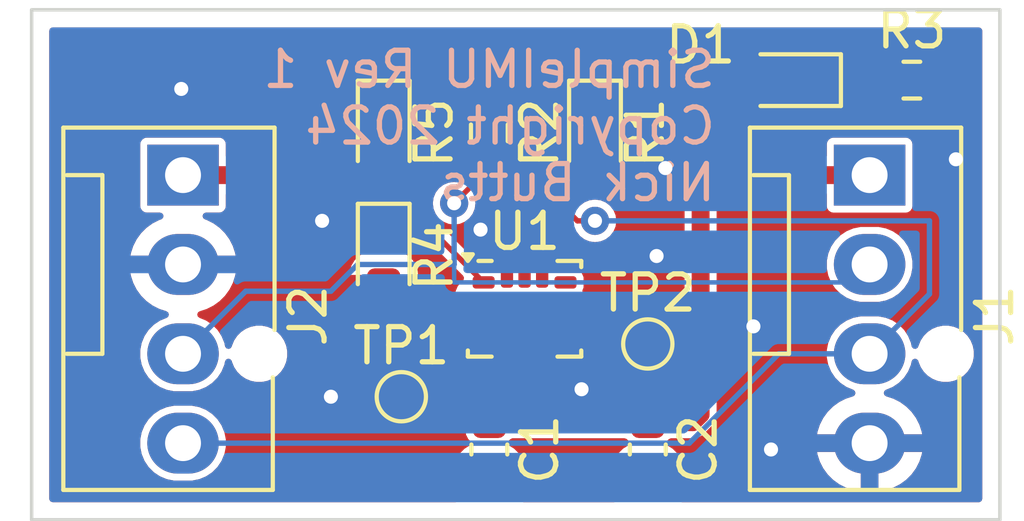
<source format=kicad_pcb>
(kicad_pcb (version 20240108) (generator "pcbnew") (generator_version "8.0")
  (layers (0 "F.Cu" signal) (31 "B.Cu" signal) (34 "B.Paste" user) (35 "F.Paste" user) (36 "B.SilkS" user "B.Silkscreen") (37 "F.SilkS" user "F.Silkscreen") (38 "B.Mask" user) (39 "F.Mask" user) (44 "Edge.Cuts" user))
  (net 0 "")
  (net 1 "GND")
  (net 2 "+3V3")
  (net 3 "/SCL")
  (net 4 "/SDA")
  (net 5 "Net-(U1-INT1)")
  (net 6 "Net-(U1-INT2)")
  (net 10 "Net-(D1-K)")
  (net 11 "Net-(U1-SDO{slash}SA0)")
  (footprint "LED_SMD:LED_0603_1608Metric" (layer "F.Cu") (at 154 99 -90)
    (property "Reference" "R4" (at 0 -1.43 90) (layer "F.SilkS"))
    (property "Value" "0")
    (fp_line (start -1.485 0.735) (end 0.8 0.735) (stroke (width 0.12)) (layer "F.SilkS"))
    (fp_line (start -1.485 -0.735) (end -1.485 0.735) (stroke (width 0.12)) (layer "F.SilkS"))
    (fp_line (start 0.8 -0.735) (end -1.485 -0.735) (stroke (width 0.12)) (layer "F.SilkS"))
    (pad "1" smd roundrect (at -0.7875 0 270) (size 0.875 0.95) (layers "F.Cu" "F.Paste" "F.Mask") (net 11 "Net-(U1-SDO{slash}SA0)"))
    (pad "2" smd roundrect (at 0.7875 0 270) (size 0.875 0.95) (layers "F.Cu" "F.Paste" "F.Mask") (net 1 "GND"))
  )
  (footprint "Connector:FanPinHeader_1x04_P2.54mm_Vertical" (layer "F.Cu") (at 167.8 96.7 -90)
    (property "Reference" "J1" (at 4 -3.55 90) (layer "F.SilkS"))
    (property "Value" "Conn_01x04")
    (fp_line (start -1.35 3.4) (end -1.35 -2.6) (stroke (width 0.12)) (layer "F.SilkS"))
    (fp_line (start 8.95 3.4) (end -1.35 3.4) (stroke (width 0.12)) (layer "F.SilkS"))
    (fp_line (start 0 3.3) (end 0 2.29) (stroke (width 0.12)) (layer "F.SilkS"))
    (fp_line (start 0 2.29) (end 5.08 2.29) (stroke (width 0.12)) (layer "F.SilkS"))
    (fp_line (start 5.08 2.29) (end 5.08 3.3) (stroke (width 0.12)) (layer "F.SilkS"))
    (fp_line (start 5.75 -2.55) (end 8.95 -2.55) (stroke (width 0.12)) (layer "F.SilkS"))
    (fp_line (start 8.95 -2.55) (end 8.95 3.4) (stroke (width 0.12)) (layer "F.SilkS"))
    (fp_line (start -1.35 -2.6) (end 4.4 -2.6) (stroke (width 0.12)) (layer "F.SilkS"))
    (pad "" np_thru_hole circle (at 5.08 -2.16) (size 1.1 1.1) (drill 1.1) (layers "*.Cu" "*.Mask"))
    (pad "1" thru_hole rect (at 0 0) (size 2.03 1.73) (drill 1.02) (layers "*.Cu" "*.Mask") (net 2 "+3V3"))
    (pad "2" thru_hole oval (at 2.54 0) (size 2.03 1.73) (drill 1.02) (layers "*.Cu" "*.Mask") (net 4 "/SDA"))
    (pad "3" thru_hole oval (at 5.08 0) (size 2.03 1.73) (drill 1.02) (layers "*.Cu" "*.Mask") (net 3 "/SCL"))
    (pad "4" thru_hole oval (at 7.62 0) (size 2.03 1.73) (drill 1.02) (layers "*.Cu" "*.Mask") (net 1 "GND"))
  )
  (footprint "LED_SMD:LED_0603_1608Metric" (layer "F.Cu") (at 160 95.5 -90)
    (property "Reference" "R1" (at 0 -1.43 90) (layer "F.SilkS"))
    (property "Value" "2.2k")
    (fp_line (start -1.485 0.735) (end 0.8 0.735) (stroke (width 0.12)) (layer "F.SilkS"))
    (fp_line (start -1.485 -0.735) (end -1.485 0.735) (stroke (width 0.12)) (layer "F.SilkS"))
    (fp_line (start 0.8 -0.735) (end -1.485 -0.735) (stroke (width 0.12)) (layer "F.SilkS"))
    (pad "1" smd roundrect (at -0.7875 0 270) (size 0.875 0.95) (layers "F.Cu" "F.Paste" "F.Mask") (net 2 "+3V3"))
    (pad "2" smd roundrect (at 0.7875 0 270) (size 0.875 0.95) (layers "F.Cu" "F.Paste" "F.Mask") (net 3 "/SCL"))
  )
  (footprint "TestPoint:TestPoint_Pad_D1.0mm" (layer "F.Cu") (at 154.5 103)
    (property "Reference" "TP1" (at 0 -1.448 0) (layer "F.SilkS"))
    (property "Value" "TestPoint")
    (fp_circle (center 0 0) (end 0 0.7) (stroke (width 0.12)) (fill none) (layer "F.SilkS"))
    (pad "1" smd circle (at 0 0) (size 1 1) (layers "F.Cu" "F.Mask") (net 5 "Net-(U1-INT1)"))
  )
  (footprint "TestPoint:TestPoint_Pad_D1.0mm" (layer "F.Cu") (at 161.5 101.5)
    (property "Reference" "TP2" (at 0 -1.448 0) (layer "F.SilkS"))
    (property "Value" "TestPoint")
    (fp_circle (center 0 0) (end 0 0.7) (stroke (width 0.12)) (fill none) (layer "F.SilkS"))
    (pad "1" smd circle (at 0 0) (size 1 1) (layers "F.Cu" "F.Mask") (net 6 "Net-(U1-INT2)"))
  )
  (footprint "Resistor_SMD:R_0603_1608Metric" (layer "F.Cu") (at 169 94)
    (property "Reference" "R3" (at 0 -1.43 0) (layer "F.SilkS"))
    (property "Value" "330")
    (fp_line (start -0.237258 -0.5225) (end 0.237258 -0.5225) (stroke (width 0.12)) (layer "F.SilkS"))
    (fp_line (start -0.237258 0.5225) (end 0.237258 0.5225) (stroke (width 0.12)) (layer "F.SilkS"))
    (pad "1" smd roundrect (at -0.825 0) (size 0.8 0.95) (layers "F.Cu" "F.Paste" "F.Mask") (net 10 "Net-(D1-K)"))
    (pad "2" smd roundrect (at 0.825 0) (size 0.8 0.95) (layers "F.Cu" "F.Paste" "F.Mask") (net 1 "GND"))
  )
  (footprint "LED_SMD:LED_0603_1608Metric" (layer "F.Cu") (at 165.5 94 180)
    (property "Reference" "D1" (at 2.5 1 0) (layer "F.SilkS"))
    (property "Value" "LED")
    (fp_line (start 0.8 -0.735) (end -1.485 -0.735) (stroke (width 0.12)) (layer "F.SilkS"))
    (fp_line (start -1.485 0.735) (end 0.8 0.735) (stroke (width 0.12)) (layer "F.SilkS"))
    (fp_line (start -1.485 -0.735) (end -1.485 0.735) (stroke (width 0.12)) (layer "F.SilkS"))
    (pad "1" smd roundrect (at -0.7875 0 180) (size 0.875 0.95) (layers "F.Cu" "F.Paste" "F.Mask") (net 10 "Net-(D1-K)"))
    (pad "2" smd roundrect (at 0.7875 0 180) (size 0.875 0.95) (layers "F.Cu" "F.Paste" "F.Mask") (net 2 "+3V3"))
  )
  (footprint "Capacitor_SMD:C_0603_1608Metric" (layer "F.Cu") (at 161.5 104.5 -90)
    (property "Reference" "C2" (at 0 -1.43 90) (layer "F.SilkS"))
    (property "Value" "100n")
    (fp_line (start -0.14058 0.51) (end 0.14058 0.51) (stroke (width 0.12)) (layer "F.SilkS"))
    (fp_line (start -0.14058 -0.51) (end 0.14058 -0.51) (stroke (width 0.12)) (layer "F.SilkS"))
    (pad "1" smd roundrect (at -0.775 0 270) (size 0.9 0.95) (layers "F.Cu" "F.Paste" "F.Mask") (net 2 "+3V3"))
    (pad "2" smd roundrect (at 0.775 0 270) (size 0.9 0.95) (layers "F.Cu" "F.Paste" "F.Mask") (net 1 "GND"))
  )
  (footprint "Resistor_SMD:R_0603_1608Metric" (layer "F.Cu") (at 157 95.5 -90)
    (property "Reference" "R2" (at 0 -1.43 90) (layer "F.SilkS"))
    (property "Value" "2.2k")
    (fp_line (start -0.237258 0.5225) (end 0.237258 0.5225) (stroke (width 0.12)) (layer "F.SilkS"))
    (fp_line (start -0.237258 -0.5225) (end 0.237258 -0.5225) (stroke (width 0.12)) (layer "F.SilkS"))
    (pad "1" smd roundrect (at -0.825 0 270) (size 0.8 0.95) (layers "F.Cu" "F.Paste" "F.Mask") (net 2 "+3V3"))
    (pad "2" smd roundrect (at 0.825 0 270) (size 0.8 0.95) (layers "F.Cu" "F.Paste" "F.Mask") (net 4 "/SDA"))
  )
  (footprint "LED_SMD:LED_0603_1608Metric" (layer "F.Cu") (at 154 95.5 -90)
    (property "Reference" "R5" (at 0 -1.43 90) (layer "F.SilkS"))
    (property "Value" "0")
    (fp_line (start -1.485 0.735) (end 0.8 0.735) (stroke (width 0.12)) (layer "F.SilkS"))
    (fp_line (start -1.485 -0.735) (end -1.485 0.735) (stroke (width 0.12)) (layer "F.SilkS"))
    (fp_line (start 0.8 -0.735) (end -1.485 -0.735) (stroke (width 0.12)) (layer "F.SilkS"))
    (pad "1" smd roundrect (at -0.7875 0 270) (size 0.875 0.95) (layers "F.Cu" "F.Paste" "F.Mask") (net 2 "+3V3"))
    (pad "2" smd roundrect (at 0.7875 0 270) (size 0.875 0.95) (layers "F.Cu" "F.Paste" "F.Mask") (net 11 "Net-(U1-SDO{slash}SA0)"))
  )
  (footprint "Capacitor_SMD:C_0603_1608Metric" (layer "F.Cu") (at 157 104.5 -90)
    (property "Reference" "C1" (at 0 -1.43 90) (layer "F.SilkS"))
    (property "Value" "100n")
    (fp_line (start -0.14058 0.51) (end 0.14058 0.51) (stroke (width 0.12)) (layer "F.SilkS"))
    (fp_line (start -0.14058 -0.51) (end 0.14058 -0.51) (stroke (width 0.12)) (layer "F.SilkS"))
    (pad "1" smd roundrect (at -0.775 0 270) (size 0.9 0.95) (layers "F.Cu" "F.Paste" "F.Mask") (net 2 "+3V3"))
    (pad "2" smd roundrect (at 0.775 0 270) (size 0.9 0.95) (layers "F.Cu" "F.Paste" "F.Mask") (net 1 "GND"))
  )
  (footprint "Connector:FanPinHeader_1x04_P2.54mm_Vertical" (layer "F.Cu") (at 148.3 96.7 -90)
    (property "Reference" "J2" (at 4 -3.55 90) (layer "F.SilkS"))
    (property "Value" "Conn_01x04")
    (fp_line (start -1.35 3.4) (end -1.35 -2.6) (stroke (width 0.12)) (layer "F.SilkS"))
    (fp_line (start 8.95 3.4) (end -1.35 3.4) (stroke (width 0.12)) (layer "F.SilkS"))
    (fp_line (start 0 3.3) (end 0 2.29) (stroke (width 0.12)) (layer "F.SilkS"))
    (fp_line (start 0 2.29) (end 5.08 2.29) (stroke (width 0.12)) (layer "F.SilkS"))
    (fp_line (start 5.08 2.29) (end 5.08 3.3) (stroke (width 0.12)) (layer "F.SilkS"))
    (fp_line (start 5.75 -2.55) (end 8.95 -2.55) (stroke (width 0.12)) (layer "F.SilkS"))
    (fp_line (start 8.95 -2.55) (end 8.95 3.4) (stroke (width 0.12)) (layer "F.SilkS"))
    (fp_line (start -1.35 -2.6) (end 4.4 -2.6) (stroke (width 0.12)) (layer "F.SilkS"))
    (pad "" np_thru_hole circle (at 5.08 -2.16) (size 1.1 1.1) (drill 1.1) (layers "*.Cu" "*.Mask"))
    (pad "1" thru_hole rect (at 0 0) (size 2.03 1.73) (drill 1.02) (layers "*.Cu" "*.Mask") (net 2 "+3V3"))
    (pad "2" thru_hole oval (at 2.54 0) (size 2.03 1.73) (drill 1.02) (layers "*.Cu" "*.Mask") (net 1 "GND"))
    (pad "3" thru_hole oval (at 5.08 0) (size 2.03 1.73) (drill 1.02) (layers "*.Cu" "*.Mask") (net 4 "/SDA"))
    (pad "4" thru_hole oval (at 7.62 0) (size 2.03 1.73) (drill 1.02) (layers "*.Cu" "*.Mask") (net 3 "/SCL"))
  )
  (footprint "Package_LGA:LGA-14_3x2.5mm_P0.5mm_LayoutBorder3x4y" (layer "F.Cu") (at 158 100.5)
    (property "Reference" "U1" (at 0 -2.2 0) (layer "F.SilkS"))
    (property "Value" "LSM6DSM")
    (fp_line (start -1.61 1.36) (end -1.61 1.185) (stroke (width 0.12)) (layer "F.SilkS"))
    (fp_line (start -0.935 -1.36) (end -1.31 -1.36) (stroke (width 0.12)) (layer "F.SilkS"))
    (fp_line (start -0.935 1.36) (end -1.61 1.36) (stroke (width 0.12)) (layer "F.SilkS"))
    (fp_line (start 0.935 -1.36) (end 1.61 -1.36) (stroke (width 0.12)) (layer "F.SilkS"))
    (fp_line (start 0.935 1.36) (end 1.61 1.36) (stroke (width 0.12)) (layer "F.SilkS"))
    (fp_line (start 1.61 -1.36) (end 1.61 -1.185) (stroke (width 0.12)) (layer "F.SilkS"))
    (fp_line (start 1.61 1.36) (end 1.61 1.185) (stroke (width 0.12)) (layer "F.SilkS"))
    (fp_poly (pts (xy -1.61 -1.36) (xy -1.75 -1.55) (xy -1.47 -1.55) (xy -1.61 -1.36)) (stroke (width 0.12)) (fill solid) (layer "F.SilkS"))
    (pad "1" smd roundrect (at -1.1625 -0.75) (size 0.625 0.35) (layers "F.Cu" "F.Paste" "F.Mask") (net 11 "Net-(U1-SDO{slash}SA0)"))
    (pad "2" smd roundrect (at -1.1625 -0.25) (size 0.625 0.35) (layers "F.Cu" "F.Paste" "F.Mask") (net 1 "GND"))
    (pad "3" smd roundrect (at -1.1625 0.25) (size 0.625 0.35) (layers "F.Cu" "F.Paste" "F.Mask") (net 1 "GND"))
    (pad "4" smd roundrect (at -1.1625 0.75) (size 0.625 0.35) (layers "F.Cu" "F.Paste" "F.Mask") (net 5 "Net-(U1-INT1)"))
    (pad "5" smd roundrect (at -0.5 0.9125) (size 0.35 0.625) (layers "F.Cu" "F.Paste" "F.Mask") (net 2 "+3V3"))
    (pad "6" smd roundrect (at 0 0.9125) (size 0.35 0.625) (layers "F.Cu" "F.Paste" "F.Mask") (net 1 "GND"))
    (pad "7" smd roundrect (at 0.5 0.9125) (size 0.35 0.625) (layers "F.Cu" "F.Paste" "F.Mask") (net 1 "GND"))
    (pad "8" smd roundrect (at 1.1625 0.75) (size 0.625 0.35) (layers "F.Cu" "F.Paste" "F.Mask") (net 2 "+3V3"))
    (pad "9" smd roundrect (at 1.1625 0.25) (size 0.625 0.35) (layers "F.Cu" "F.Paste" "F.Mask") (net 6 "Net-(U1-INT2)"))
    (pad "10" smd roundrect (at 1.1625 -0.25) (size 0.625 0.35) (layers "F.Cu" "F.Paste" "F.Mask"))
    (pad "11" smd roundrect (at 1.1625 -0.75) (size 0.625 0.35) (layers "F.Cu" "F.Paste" "F.Mask"))
    (pad "12" smd roundrect (at 0.5 -0.9125) (size 0.35 0.625) (layers "F.Cu" "F.Paste" "F.Mask"))
    (pad "13" smd roundrect (at 0 -0.9125) (size 0.35 0.625) (layers "F.Cu" "F.Paste" "F.Mask") (net 3 "/SCL"))
    (pad "14" smd roundrect (at -0.5 -0.9125) (size 0.35 0.625) (layers "F.Cu" "F.Paste" "F.Mask") (net 4 "/SDA"))
  )
  (gr_rect (start 144 92) (end 171.5 106.5) (stroke (width 0.1)) (fill none) (layer "Edge.Cuts"))
  (gr_text "SimpleIMU Rev 1\nCopyright 2024 \nNick Butts" (at 163.5 97.5 0) (layer "B.SilkS") (effects (font (size 1 1)) (justify left bottom mirror)))
  (via (at 165 104.5) (size 0.8) (drill 0.4) (layers "F.Cu" "B.Cu") (net 1))
  (via (at 164.5 101) (size 0.8) (drill 0.4) (layers "F.Cu" "B.Cu") (net 1))
  (via (at 148.25 94.25) (size 0.8) (drill 0.4) (layers "F.Cu" "B.Cu") (net 1))
  (via (at 159.618784 102.787638) (size 0.8) (drill 0.4) (layers "F.Cu" "B.Cu") (net 1))
  (via (at 170.25 96.25) (size 0.8) (drill 0.4) (layers "F.Cu" "B.Cu") (net 1))
  (via (at 161.75 99) (size 0.8) (drill 0.4) (layers "F.Cu" "B.Cu") (net 1))
  (via (at 162 96.5) (size 0.8) (drill 0.4) (layers "F.Cu" "B.Cu") (net 1))
  (via (at 152.5 103) (size 0.8) (drill 0.4) (layers "F.Cu" "B.Cu") (net 1))
  (via (at 152.25 98) (size 0.8) (drill 0.4) (layers "F.Cu" "B.Cu") (net 1))
  (via (at 156.75 98.25) (size 0.8) (drill 0.4) (layers "F.Cu" "B.Cu") (net 1))
  (segment (start 164.2 96.7) (end 163 95.5) (width 0.508) (layer "F.Cu") (net 2))
  (segment (start 162.775 103.725) (end 163 103.5) (width 0.508) (layer "F.Cu") (net 2))
  (segment (start 157.5 102.5) (end 157 103) (width 0.1524) (layer "F.Cu") (net 2))
  (segment (start 150.8 96.7) (end 152.5 95) (width 0.508) (layer "F.Cu") (net 2))
  (segment (start 157 94.675) (end 159.9625 94.675) (width 0.508) (layer "F.Cu") (net 2))
  (segment (start 153.2875 94.7125) (end 154 94.7125) (width 0.508) (layer "F.Cu") (net 2))
  (segment (start 153 95) (end 153.2875 94.7125) (width 0.508) (layer "F.Cu") (net 2))
  (segment (start 162 95) (end 161.7125 94.7125) (width 0.508) (layer "F.Cu") (net 2))
  (segment (start 160.5 102.5) (end 160.5 103.725) (width 0.1524) (layer "F.Cu") (net 2))
  (segment (start 159.9625 94.675) (end 160 94.7125) (width 0.508) (layer "F.Cu") (net 2))
  (segment (start 152.5 95) (end 153 95) (width 0.508) (layer "F.Cu") (net 2))
  (segment (start 162.5 95) (end 162 95) (width 0.508) (layer "F.Cu") (net 2))
  (segment (start 165 96.7) (end 164.2 96.7) (width 0.508) (layer "F.Cu") (net 2))
  (segment (start 164.7125 94) (end 164.7125 96.4125) (width 0.508) (layer "F.Cu") (net 2))
  (segment (start 161.7125 94.7125) (end 160 94.7125) (width 0.508) (layer "F.Cu") (net 2))
  (segment (start 160 101.5) (end 160 102) (width 0.1524) (layer "F.Cu") (net 2))
  (segment (start 164.7125 96.4125) (end 165 96.7) (width 0.508) (layer "F.Cu") (net 2))
  (segment (start 154 94.7125) (end 156.9625 94.7125) (width 0.508) (layer "F.Cu") (net 2))
  (segment (start 164.5 94.2125) (end 164.7125 94) (width 0.508) (layer "F.Cu") (net 2))
  (segment (start 162.775 103.725) (end 161.5 103.725) (width 0.508) (layer "F.Cu") (net 2))
  (segment (start 157.5 101.4125) (end 157.5 102.5) (width 0.1524) (layer "F.Cu") (net 2))
  (segment (start 167.8 96.7) (end 165 96.7) (width 0.508) (layer "F.Cu") (net 2))
  (segment (start 163 95.5) (end 162.5 95) (width 0.508) (layer "F.Cu") (net 2))
  (segment (start 161.5 103.725) (end 160.5 103.725) (width 0.508) (layer "F.Cu") (net 2))
  (segment (start 160 102) (end 160.5 102.5) (width 0.1524) (layer "F.Cu") (net 2))
  (segment (start 159.75 101.25) (end 160 101.5) (width 0.1524) (layer "F.Cu") (net 2))
  (segment (start 163 103.5) (end 163 95.5) (width 0.508) (layer "F.Cu") (net 2))
  (segment (start 159.1625 101.25) (end 159.75 101.25) (width 0.1524) (layer "F.Cu") (net 2))
  (segment (start 160.5 103.725) (end 157 103.725) (width 0.508) (layer "F.Cu") (net 2))
  (segment (start 157 103) (end 157 103.725) (width 0.1524) (layer "F.Cu") (net 2))
  (segment (start 156.9625 94.7125) (end 157 94.675) (width 0.508) (layer "F.Cu") (net 2))
  (segment (start 148.3 96.7) (end 150.8 96.7) (width 0.508) (layer "F.Cu") (net 2))
  (segment (start 158 98.2875) (end 158.89375 97.39375) (width 0.1524) (layer "F.Cu") (net 3))
  (segment (start 158.89375 97.39375) (end 159.5 98) (width 0.1524) (layer "F.Cu") (net 3))
  (segment (start 158.89375 97.39375) (end 160 96.2875) (width 0.1524) (layer "F.Cu") (net 3))
  (segment (start 158 99.5875) (end 158 98.2875) (width 0.1524) (layer "F.Cu") (net 3))
  (segment (start 159.5 98) (end 160 98) (width 0.1524) (layer "F.Cu") (net 3))
  (via (at 160 98) (size 0.8) (drill 0.4) (layers "F.Cu" "B.Cu") (net 3))
  (segment (start 160 98) (end 169.5 98) (width 0.1524) (layer "B.Cu") (net 3))
  (segment (start 162.68 104.32) (end 165.22 101.78) (width 0.1524) (layer "B.Cu") (net 3))
  (segment (start 169.5 100.08) (end 167.8 101.78) (width 0.1524) (layer "B.Cu") (net 3))
  (segment (start 148.3 104.32) (end 162.68 104.32) (width 0.1524) (layer "B.Cu") (net 3))
  (segment (start 165.22 101.78) (end 167.8 101.78) (width 0.1524) (layer "B.Cu") (net 3))
  (segment (start 169.5 98) (end 169.5 100.08) (width 0.1524) (layer "B.Cu") (net 3))
  (segment (start 157.5 99.5875) (end 157.5 96.825) (width 0.1524) (layer "F.Cu") (net 4))
  (segment (start 157 96.5) (end 156 97.5) (width 0.1524) (layer "F.Cu") (net 4))
  (segment (start 157.5 96.825) (end 157 96.325) (width 0.1524) (layer "F.Cu") (net 4))
  (segment (start 157 96.325) (end 157 96.5) (width 0.1524) (layer "F.Cu") (net 4))
  (via (at 156 97.5) (size 0.8) (drill 0.4) (layers "F.Cu" "B.Cu") (net 4))
  (segment (start 156 99.75) (end 156 99.24) (width 0.127) (layer "B.Cu") (net 4))
  (segment (start 167.8 99.24) (end 167.29 99.75) (width 0.127) (layer "B.Cu") (net 4))
  (segment (start 167.29 99.75) (end 156 99.75) (width 0.127) (layer "B.Cu") (net 4))
  (segment (start 150.08 100) (end 148.3 101.78) (width 0.1524) (layer "B.Cu") (net 4))
  (segment (start 153.26 99.24) (end 152.5 100) (width 0.1524) (layer "B.Cu") (net 4))
  (segment (start 156 97.5) (end 156 99.24) (width 0.1524) (layer "B.Cu") (net 4))
  (segment (start 152.5 100) (end 150.08 100) (width 0.1524) (layer "B.Cu") (net 4))
  (segment (start 156 99.24) (end 153.26 99.24) (width 0.1524) (layer "B.Cu") (net 4))
  (segment (start 155.5 101.5) (end 155.5 102) (width 0.1524) (layer "F.Cu") (net 5))
  (segment (start 156.8375 101.25) (end 155.75 101.25) (width 0.1524) (layer "F.Cu") (net 5))
  (segment (start 155.5 102) (end 154.5 103) (width 0.1524) (layer "F.Cu") (net 5))
  (segment (start 155.75 101.25) (end 155.5 101.5) (width 0.1524) (layer "F.Cu") (net 5))
  (segment (start 159.1625 100.75) (end 160.75 100.75) (width 0.1524) (layer "F.Cu") (net 6))
  (segment (start 160.75 100.75) (end 161.5 101.5) (width 0.1524) (layer "F.Cu") (net 6))
  (segment (start 166.2875 94) (end 168.175 94) (width 0.254) (layer "F.Cu") (net 10))
  (segment (start 154 96.2875) (end 154 98.2125) (width 0.1524) (layer "F.Cu") (net 11))
  (segment (start 155.2125 98.2125) (end 154 98.2125) (width 0.1524) (layer "F.Cu") (net 11))
  (segment (start 156.8375 99.75) (end 155.5875 98.5) (width 0.1524) (layer "F.Cu") (net 11))
  (segment (start 155.5875 98.5) (end 155.5 98.5) (width 0.1524) (layer "F.Cu") (net 11))
  (segment (start 155.5 98.5) (end 155.2125 98.2125) (width 0.1524) (layer "F.Cu") (net 11))
  (zone (net 1) (net_name "GND") (layer "F.Cu") (connect_pads (clearance 0.2)) (min_thickness 0.2) (fill yes (thermal_gap 0.5) (thermal_bridge_width 0.5))
    (polygon (pts (xy 144 92) (xy 171.5 92) (xy 171.5 106.5) (xy 144 106.5)))
  )
  (zone (net 1) (net_name "GND") (layer "B.Cu") (connect_pads (clearance 0.2)) (min_thickness 0.2) (fill yes (thermal_gap 0.5) (thermal_bridge_width 0.5))
    (polygon (pts (xy 144 92) (xy 171.5 92) (xy 171.5 106.5) (xy 144 106.5)))
  )
)
</source>
